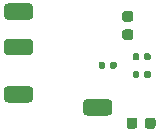
<source format=gbr>
%TF.GenerationSoftware,KiCad,Pcbnew,8.99.0-2608-ga0707285a1*%
%TF.CreationDate,2024-11-14T19:29:31-05:00*%
%TF.ProjectId,scampi,7363616d-7069-42e6-9b69-6361645f7063,rev?*%
%TF.SameCoordinates,Original*%
%TF.FileFunction,Paste,Bot*%
%TF.FilePolarity,Positive*%
%FSLAX46Y46*%
G04 Gerber Fmt 4.6, Leading zero omitted, Abs format (unit mm)*
G04 Created by KiCad (PCBNEW 8.99.0-2608-ga0707285a1) date 2024-11-14 19:29:31*
%MOMM*%
%LPD*%
G01*
G04 APERTURE LIST*
G04 APERTURE END LIST*
G36*
G01*
X153840000Y-93305411D02*
X153840000Y-93645411D01*
G75*
G02*
X153700000Y-93785411I-140000J0D01*
G01*
X153420000Y-93785411D01*
G75*
G02*
X153280000Y-93645411I0J140000D01*
G01*
X153280000Y-93305411D01*
G75*
G02*
X153420000Y-93165411I140000J0D01*
G01*
X153700000Y-93165411D01*
G75*
G02*
X153840000Y-93305411I0J-140000D01*
G01*
G37*
G36*
G01*
X152880000Y-93305411D02*
X152880000Y-93645411D01*
G75*
G02*
X152740000Y-93785411I-140000J0D01*
G01*
X152460000Y-93785411D01*
G75*
G02*
X152320000Y-93645411I0J140000D01*
G01*
X152320000Y-93305411D01*
G75*
G02*
X152460000Y-93165411I140000J0D01*
G01*
X152740000Y-93165411D01*
G75*
G02*
X152880000Y-93305411I0J-140000D01*
G01*
G37*
G36*
G01*
X149424518Y-92873604D02*
X149424518Y-92533604D01*
G75*
G02*
X149564518Y-92393604I140000J0D01*
G01*
X149844518Y-92393604D01*
G75*
G02*
X149984518Y-92533604I0J-140000D01*
G01*
X149984518Y-92873604D01*
G75*
G02*
X149844518Y-93013604I-140000J0D01*
G01*
X149564518Y-93013604D01*
G75*
G02*
X149424518Y-92873604I0J140000D01*
G01*
G37*
G36*
G01*
X150384518Y-92873604D02*
X150384518Y-92533604D01*
G75*
G02*
X150524518Y-92393604I140000J0D01*
G01*
X150804518Y-92393604D01*
G75*
G02*
X150944518Y-92533604I0J-140000D01*
G01*
X150944518Y-92873604D01*
G75*
G02*
X150804518Y-93013604I-140000J0D01*
G01*
X150524518Y-93013604D01*
G75*
G02*
X150384518Y-92873604I0J140000D01*
G01*
G37*
G36*
G01*
X152150000Y-90550000D02*
X151650000Y-90550000D01*
G75*
G02*
X151425000Y-90325000I0J225000D01*
G01*
X151425000Y-89875000D01*
G75*
G02*
X151650000Y-89650000I225000J0D01*
G01*
X152150000Y-89650000D01*
G75*
G02*
X152375000Y-89875000I0J-225000D01*
G01*
X152375000Y-90325000D01*
G75*
G02*
X152150000Y-90550000I-225000J0D01*
G01*
G37*
G36*
G01*
X152150000Y-89000000D02*
X151650000Y-89000000D01*
G75*
G02*
X151425000Y-88775000I0J225000D01*
G01*
X151425000Y-88325000D01*
G75*
G02*
X151650000Y-88100000I225000J0D01*
G01*
X152150000Y-88100000D01*
G75*
G02*
X152375000Y-88325000I0J-225000D01*
G01*
X152375000Y-88775000D01*
G75*
G02*
X152150000Y-89000000I-225000J0D01*
G01*
G37*
G36*
G01*
X154250000Y-97350000D02*
X154250000Y-97850000D01*
G75*
G02*
X154025000Y-98075000I-225000J0D01*
G01*
X153575000Y-98075000D01*
G75*
G02*
X153350000Y-97850000I0J225000D01*
G01*
X153350000Y-97350000D01*
G75*
G02*
X153575000Y-97125000I225000J0D01*
G01*
X154025000Y-97125000D01*
G75*
G02*
X154250000Y-97350000I0J-225000D01*
G01*
G37*
G36*
G01*
X152700000Y-97350000D02*
X152700000Y-97850000D01*
G75*
G02*
X152475000Y-98075000I-225000J0D01*
G01*
X152025000Y-98075000D01*
G75*
G02*
X151800000Y-97850000I0J225000D01*
G01*
X151800000Y-97350000D01*
G75*
G02*
X152025000Y-97125000I225000J0D01*
G01*
X152475000Y-97125000D01*
G75*
G02*
X152700000Y-97350000I0J-225000D01*
G01*
G37*
G36*
G01*
X153840000Y-91805000D02*
X153840000Y-92145000D01*
G75*
G02*
X153700000Y-92285000I-140000J0D01*
G01*
X153420000Y-92285000D01*
G75*
G02*
X153280000Y-92145000I0J140000D01*
G01*
X153280000Y-91805000D01*
G75*
G02*
X153420000Y-91665000I140000J0D01*
G01*
X153700000Y-91665000D01*
G75*
G02*
X153840000Y-91805000I0J-140000D01*
G01*
G37*
G36*
G01*
X152880000Y-91805000D02*
X152880000Y-92145000D01*
G75*
G02*
X152740000Y-92285000I-140000J0D01*
G01*
X152460000Y-92285000D01*
G75*
G02*
X152320000Y-92145000I0J140000D01*
G01*
X152320000Y-91805000D01*
G75*
G02*
X152460000Y-91665000I140000J0D01*
G01*
X152740000Y-91665000D01*
G75*
G02*
X152880000Y-91805000I0J-140000D01*
G01*
G37*
G36*
G01*
X141750000Y-90450000D02*
X143550000Y-90450000D01*
G75*
G02*
X143900000Y-90800000I0J-350000D01*
G01*
X143900000Y-91500000D01*
G75*
G02*
X143550000Y-91850000I-350000J0D01*
G01*
X141750000Y-91850000D01*
G75*
G02*
X141400000Y-91500000I0J350000D01*
G01*
X141400000Y-90800000D01*
G75*
G02*
X141750000Y-90450000I350000J0D01*
G01*
G37*
G36*
G01*
X141750000Y-87450000D02*
X143550000Y-87450000D01*
G75*
G02*
X143900000Y-87800000I0J-350000D01*
G01*
X143900000Y-88500000D01*
G75*
G02*
X143550000Y-88850000I-350000J0D01*
G01*
X141750000Y-88850000D01*
G75*
G02*
X141400000Y-88500000I0J350000D01*
G01*
X141400000Y-87800000D01*
G75*
G02*
X141750000Y-87450000I350000J0D01*
G01*
G37*
G36*
G01*
X148450000Y-95550000D02*
X150250000Y-95550000D01*
G75*
G02*
X150600000Y-95900000I0J-350000D01*
G01*
X150600000Y-96600000D01*
G75*
G02*
X150250000Y-96950000I-350000J0D01*
G01*
X148450000Y-96950000D01*
G75*
G02*
X148100000Y-96600000I0J350000D01*
G01*
X148100000Y-95900000D01*
G75*
G02*
X148450000Y-95550000I350000J0D01*
G01*
G37*
G36*
G01*
X141750000Y-94450000D02*
X143550000Y-94450000D01*
G75*
G02*
X143900000Y-94800000I0J-350000D01*
G01*
X143900000Y-95500000D01*
G75*
G02*
X143550000Y-95850000I-350000J0D01*
G01*
X141750000Y-95850000D01*
G75*
G02*
X141400000Y-95500000I0J350000D01*
G01*
X141400000Y-94800000D01*
G75*
G02*
X141750000Y-94450000I350000J0D01*
G01*
G37*
M02*

</source>
